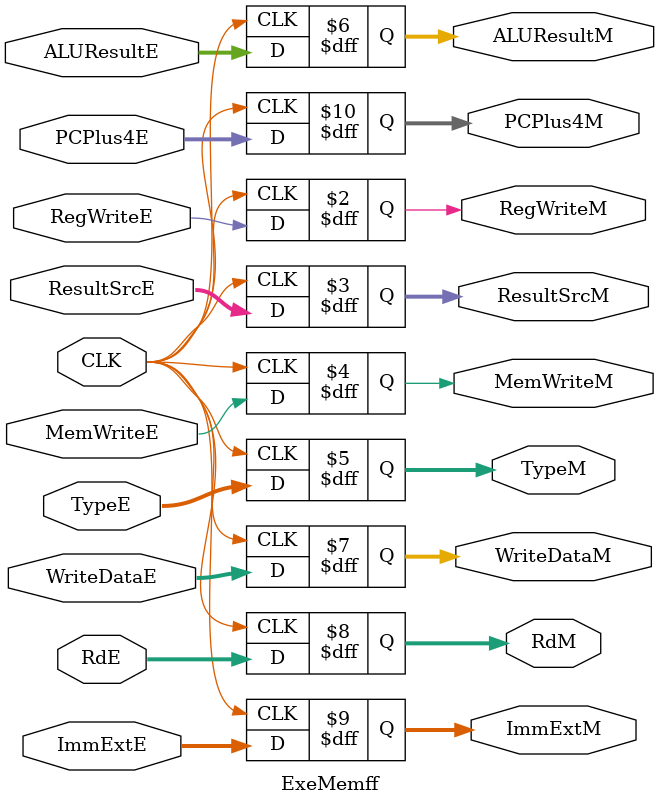
<source format=sv>
module ExeMemff #(
    parameter WIDTH = 32
) (
    input  logic             CLK,
    input  logic             RegWriteE,
    input  logic [1:0]       ResultSrcE,
    input  logic             MemWriteE,
    input  logic [2:0]       TypeE,
    input  logic [WIDTH-1:0] ALUResultE,
    input  logic [WIDTH-1:0] WriteDataE,
    input  logic [11:7]      RdE,
    input  logic [WIDTH-1:0] ImmExtE,
    input  logic [WIDTH-1:0] PCPlus4E,
    output logic             RegWriteM,
    output logic [1:0]       ResultSrcM,
    output logic             MemWriteM,
    output logic [2:0]       TypeM,
    output logic [WIDTH-1:0] ALUResultM,
    output logic [WIDTH-1:0] WriteDataM, 
    output logic [11:7]      RdM,
    output logic [WIDTH-1:0] ImmExtM,
    output logic [WIDTH-1:0] PCPlus4M   
);

always_ff @(posedge CLK) begin
    RegWriteM <= RegWriteE;
    ResultSrcM <= ResultSrcE;
    MemWriteM <= MemWriteE;
    TypeM <= TypeE;
    ALUResultM <= ALUResultE;
    WriteDataM <= WriteDataE;
    RdM <= RdE;
    ImmExtM <= ImmExtE;
    PCPlus4M <= PCPlus4E;
end

endmodule

</source>
